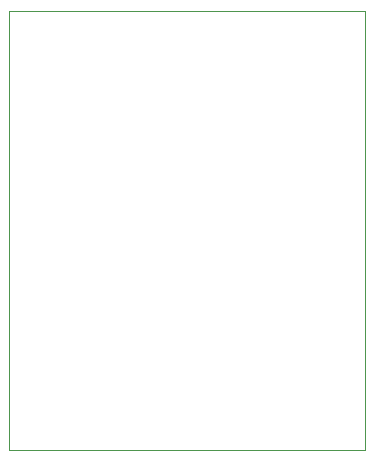
<source format=gbr>
%TF.GenerationSoftware,KiCad,Pcbnew,8.0.0-8.0.0-1~ubuntu20.04.1*%
%TF.CreationDate,2024-03-18T19:09:47+07:00*%
%TF.ProjectId,tugas-akhir-eka-selvi,74756761-732d-4616-9b68-69722d656b61,rev?*%
%TF.SameCoordinates,Original*%
%TF.FileFunction,Profile,NP*%
%FSLAX46Y46*%
G04 Gerber Fmt 4.6, Leading zero omitted, Abs format (unit mm)*
G04 Created by KiCad (PCBNEW 8.0.0-8.0.0-1~ubuntu20.04.1) date 2024-03-18 19:09:47*
%MOMM*%
%LPD*%
G01*
G04 APERTURE LIST*
%TA.AperFunction,Profile*%
%ADD10C,0.050000*%
%TD*%
G04 APERTURE END LIST*
D10*
X132594600Y-58851800D02*
X162705800Y-58851800D01*
X132594600Y-95986600D02*
X162705800Y-95986600D01*
X132594600Y-58851800D02*
X132594600Y-95986600D01*
X162705800Y-58851800D02*
X162705800Y-95986600D01*
M02*

</source>
